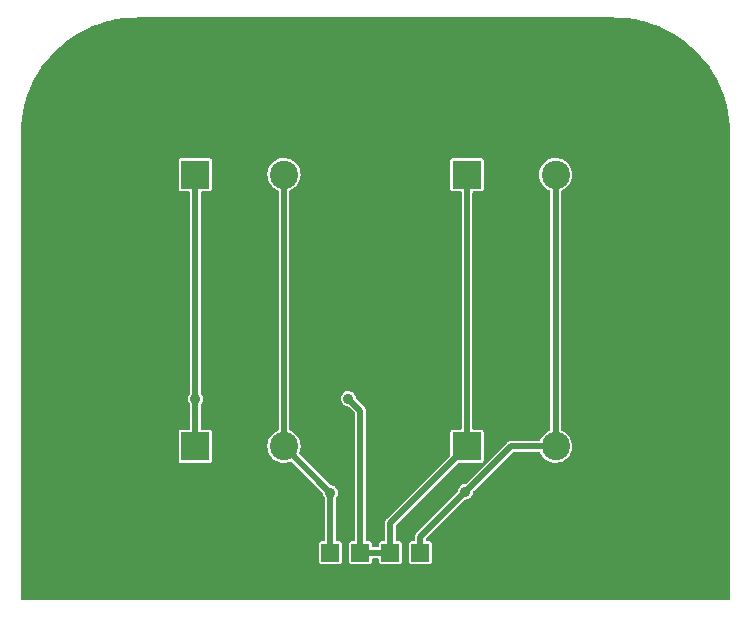
<source format=gbr>
%TF.GenerationSoftware,KiCad,Pcbnew,6.0.4-6f826c9f35~116~ubuntu20.04.1*%
%TF.CreationDate,2022-07-25T09:59:18+00:00*%
%TF.ProjectId,4XLTO1865V01A,34584c54-4f31-4383-9635-563031412e6b,rev?*%
%TF.SameCoordinates,Original*%
%TF.FileFunction,Copper,L1,Top*%
%TF.FilePolarity,Positive*%
%FSLAX46Y46*%
G04 Gerber Fmt 4.6, Leading zero omitted, Abs format (unit mm)*
G04 Created by KiCad (PCBNEW 6.0.4-6f826c9f35~116~ubuntu20.04.1) date 2022-07-25 09:59:18*
%MOMM*%
%LPD*%
G01*
G04 APERTURE LIST*
%TA.AperFunction,ComponentPad*%
%ADD10R,1.524000X1.524000*%
%TD*%
%TA.AperFunction,ComponentPad*%
%ADD11R,2.400000X2.400000*%
%TD*%
%TA.AperFunction,ComponentPad*%
%ADD12C,2.400000*%
%TD*%
%TA.AperFunction,ViaPad*%
%ADD13C,0.890000*%
%TD*%
%TA.AperFunction,ViaPad*%
%ADD14C,0.900000*%
%TD*%
%TA.AperFunction,Conductor*%
%ADD15C,0.500000*%
%TD*%
G04 APERTURE END LIST*
D10*
%TO.P,J1,1*%
%TO.N,/Battery-*%
X34290000Y4500000D03*
%TO.P,J1,2*%
%TO.N,/Battery+*%
X31750000Y4500000D03*
%TO.P,J1,3*%
X29210000Y4500000D03*
%TO.P,J1,4*%
%TO.N,/Battery-*%
X26670000Y4500000D03*
%TD*%
%TO.P,J2,1*%
%TO.N,GND*%
X9810000Y4500000D03*
%TO.P,J2,2*%
X7270000Y4500000D03*
%TO.P,J2,3*%
X4730000Y4500000D03*
%TO.P,J2,4*%
X2190000Y4500000D03*
%TD*%
D11*
%TO.P,BT1,1,+*%
%TO.N,/Battery+*%
X15230000Y36500000D03*
D12*
%TO.P,BT1,2,-*%
%TO.N,/Battery-*%
X22730000Y36500000D03*
%TD*%
D11*
%TO.P,BT4,1,+*%
%TO.N,/Battery+*%
X15230000Y13500000D03*
D12*
%TO.P,BT4,2,-*%
%TO.N,/Battery-*%
X22730000Y13500000D03*
%TD*%
D11*
%TO.P,BT3,1,+*%
%TO.N,/Battery+*%
X38230000Y36500000D03*
D12*
%TO.P,BT3,2,-*%
%TO.N,/Battery-*%
X45730000Y36500000D03*
%TD*%
D11*
%TO.P,BT2,1,+*%
%TO.N,/Battery+*%
X38230000Y13500000D03*
D12*
%TO.P,BT2,2,-*%
%TO.N,/Battery-*%
X45730000Y13500000D03*
%TD*%
D10*
%TO.P,J3,1*%
%TO.N,GND*%
X58770000Y4500000D03*
%TO.P,J3,2*%
X56230000Y4500000D03*
%TO.P,J3,3*%
X53690000Y4500000D03*
%TO.P,J3,4*%
X51150000Y4500000D03*
%TD*%
D13*
%TO.N,/Battery+*%
X15230000Y17516000D03*
X28194000Y17526000D03*
%TO.N,/Battery-*%
X38100000Y9652000D03*
X26670000Y9560000D03*
D14*
%TO.N,GND*%
X6604000Y2032000D03*
X2794000Y2032000D03*
X1524000Y2032000D03*
X56896000Y2032000D03*
X10414000Y2032000D03*
X59436000Y2032000D03*
X58166000Y2032000D03*
X4064000Y2032000D03*
X5334000Y2032000D03*
X51816000Y2032000D03*
X54356000Y2032000D03*
X50546000Y2032000D03*
X55626000Y2032000D03*
X9144000Y2032000D03*
X53086000Y2032000D03*
X7874000Y2032000D03*
%TD*%
D15*
%TO.N,/Battery+*%
X31750000Y4500000D02*
X31750000Y7020000D01*
X31750000Y7020000D02*
X38230000Y13500000D01*
X15230000Y13500000D02*
X15230000Y36500000D01*
X29210000Y4500000D02*
X31750000Y4500000D01*
X38230000Y13500000D02*
X38230000Y36500000D01*
X29210000Y4500000D02*
X29210000Y16510000D01*
X29210000Y16510000D02*
X28194000Y17526000D01*
%TO.N,/Battery-*%
X34290000Y5842000D02*
X38100000Y9652000D01*
X38100000Y9652000D02*
X41948000Y13500000D01*
X34290000Y4500000D02*
X34290000Y5842000D01*
X41948000Y13500000D02*
X45730000Y13500000D01*
X45730000Y13500000D02*
X45730000Y36500000D01*
X26670000Y4500000D02*
X26670000Y9560000D01*
X26670000Y9560000D02*
X22730000Y13500000D01*
X22730000Y13500000D02*
X22730000Y36500000D01*
%TD*%
%TA.AperFunction,Conductor*%
%TO.N,GND*%
G36*
X50686182Y49798047D02*
G01*
X50691813Y49798037D01*
X50705642Y49794857D01*
X50719481Y49797989D01*
X50731855Y49797967D01*
X50741736Y49798920D01*
X51114098Y49787668D01*
X51293919Y49782235D01*
X51301501Y49781775D01*
X51592485Y49755333D01*
X51883461Y49728892D01*
X51891017Y49727975D01*
X52468738Y49640047D01*
X52476224Y49638675D01*
X53047580Y49516027D01*
X53054970Y49514205D01*
X53232869Y49464612D01*
X53617871Y49357285D01*
X53625106Y49355031D01*
X54177546Y49164395D01*
X54184636Y49161706D01*
X54478275Y49040077D01*
X54724530Y48938075D01*
X54731471Y48934951D01*
X55256865Y48679135D01*
X55263604Y48675598D01*
X55772596Y48388526D01*
X55779109Y48384589D01*
X55972448Y48259586D01*
X56269840Y48067308D01*
X56276093Y48062992D01*
X56746782Y47716652D01*
X56752773Y47711958D01*
X57201676Y47337844D01*
X57207373Y47332797D01*
X57409402Y47142620D01*
X57632885Y46932247D01*
X57638247Y46926885D01*
X57788810Y46766939D01*
X58038797Y46501373D01*
X58043844Y46495676D01*
X58417958Y46046773D01*
X58422649Y46040786D01*
X58768992Y45570093D01*
X58773308Y45563840D01*
X58957306Y45279255D01*
X59090589Y45073109D01*
X59094526Y45066596D01*
X59381598Y44557604D01*
X59385135Y44550865D01*
X59640951Y44025471D01*
X59644075Y44018530D01*
X59809723Y43618621D01*
X59867701Y43478649D01*
X59870395Y43471546D01*
X60061031Y42919106D01*
X60063285Y42911871D01*
X60170612Y42526869D01*
X60220205Y42348970D01*
X60222027Y42341580D01*
X60344675Y41770224D01*
X60346047Y41762738D01*
X60433975Y41185017D01*
X60434892Y41177461D01*
X60487775Y40595508D01*
X60488235Y40587911D01*
X60504903Y40036305D01*
X60504061Y40027737D01*
X60504037Y40014188D01*
X60500857Y40000358D01*
X60503989Y39986518D01*
X60503980Y39981628D01*
X60506000Y39963552D01*
X60506000Y580000D01*
X60485998Y511879D01*
X60432342Y465386D01*
X60380000Y454000D01*
X580000Y454000D01*
X511879Y474002D01*
X465386Y527658D01*
X454000Y580000D01*
X454000Y12280252D01*
X13829500Y12280252D01*
X13830707Y12274184D01*
X13836767Y12243720D01*
X13841133Y12221769D01*
X13885448Y12155448D01*
X13951769Y12111133D01*
X13963938Y12108712D01*
X13963939Y12108712D01*
X13985633Y12104397D01*
X14010252Y12099500D01*
X16449748Y12099500D01*
X16474367Y12104397D01*
X16496061Y12108712D01*
X16496062Y12108712D01*
X16508231Y12111133D01*
X16574552Y12155448D01*
X16618867Y12221769D01*
X16623234Y12243720D01*
X16629293Y12274184D01*
X16630500Y12280252D01*
X16630500Y13534335D01*
X21325119Y13534335D01*
X21325416Y13529183D01*
X21325416Y13529179D01*
X21330864Y13434704D01*
X21338376Y13304420D01*
X21339513Y13299374D01*
X21339514Y13299368D01*
X21361226Y13203025D01*
X21389006Y13079758D01*
X21390948Y13074976D01*
X21390949Y13074972D01*
X21469784Y12880825D01*
X21475649Y12866382D01*
X21595979Y12670022D01*
X21746763Y12495952D01*
X21923953Y12348846D01*
X22122790Y12232655D01*
X22337934Y12150499D01*
X22343000Y12149468D01*
X22343001Y12149468D01*
X22347479Y12148557D01*
X22563607Y12104586D01*
X22693352Y12099828D01*
X22788585Y12096336D01*
X22788589Y12096336D01*
X22793749Y12096147D01*
X22798869Y12096803D01*
X22798871Y12096803D01*
X22868272Y12105693D01*
X23022178Y12125409D01*
X23027126Y12126894D01*
X23027133Y12126895D01*
X23204309Y12180051D01*
X23242761Y12191587D01*
X23247407Y12193863D01*
X23268320Y12204108D01*
X23338294Y12216114D01*
X23403651Y12188383D01*
X23412846Y12180051D01*
X25987725Y9605172D01*
X26021751Y9542860D01*
X26023869Y9529904D01*
X26036939Y9411517D01*
X26039549Y9404385D01*
X26065827Y9332578D01*
X26090631Y9264797D01*
X26177771Y9135119D01*
X26183387Y9130008D01*
X26188351Y9124258D01*
X26185900Y9122142D01*
X26215210Y9074043D01*
X26219500Y9041445D01*
X26219500Y5588500D01*
X26199498Y5520379D01*
X26145842Y5473886D01*
X26093500Y5462500D01*
X25888252Y5462500D01*
X25882184Y5461293D01*
X25841939Y5453288D01*
X25841938Y5453288D01*
X25829769Y5450867D01*
X25763448Y5406552D01*
X25719133Y5340231D01*
X25707500Y5281748D01*
X25707500Y3718252D01*
X25719133Y3659769D01*
X25763448Y3593448D01*
X25829769Y3549133D01*
X25841938Y3546712D01*
X25841939Y3546712D01*
X25882184Y3538707D01*
X25888252Y3537500D01*
X27451748Y3537500D01*
X27457816Y3538707D01*
X27498061Y3546712D01*
X27498062Y3546712D01*
X27510231Y3549133D01*
X27576552Y3593448D01*
X27620867Y3659769D01*
X27632500Y3718252D01*
X27632500Y5281748D01*
X27620867Y5340231D01*
X27576552Y5406552D01*
X27510231Y5450867D01*
X27498062Y5453288D01*
X27498061Y5453288D01*
X27457816Y5461293D01*
X27451748Y5462500D01*
X27246500Y5462500D01*
X27178379Y5482502D01*
X27131886Y5536158D01*
X27120500Y5588500D01*
X27120500Y9041486D01*
X27140502Y9109607D01*
X27147996Y9119316D01*
X27148641Y9119867D01*
X27239811Y9246744D01*
X27247069Y9264797D01*
X27295251Y9384655D01*
X27295251Y9384656D01*
X27298085Y9391705D01*
X27320098Y9546382D01*
X27320241Y9560000D01*
X27305927Y9678284D01*
X27302384Y9707561D01*
X27302384Y9707562D01*
X27301471Y9715104D01*
X27246246Y9861254D01*
X27241947Y9867509D01*
X27241945Y9867513D01*
X27162055Y9983753D01*
X27162054Y9983755D01*
X27157753Y9990012D01*
X27055763Y10080882D01*
X27046773Y10088892D01*
X27046770Y10088894D01*
X27041101Y10093945D01*
X27034387Y10097500D01*
X26909741Y10163497D01*
X26909738Y10163498D01*
X26903026Y10167052D01*
X26751497Y10205114D01*
X26743899Y10205154D01*
X26743897Y10205154D01*
X26713321Y10205314D01*
X26645306Y10225672D01*
X26624886Y10242217D01*
X24050182Y12816921D01*
X24016156Y12879233D01*
X24021221Y12950048D01*
X24026318Y12961839D01*
X24034320Y12978032D01*
X24034321Y12978034D01*
X24036615Y12982675D01*
X24067643Y13084800D01*
X24102059Y13198073D01*
X24102060Y13198079D01*
X24103563Y13203025D01*
X24133622Y13431351D01*
X24135300Y13500000D01*
X24116430Y13729522D01*
X24060326Y13952880D01*
X23968496Y14164076D01*
X23843405Y14357437D01*
X23822774Y14380111D01*
X23691890Y14523949D01*
X23691889Y14523950D01*
X23688412Y14527771D01*
X23684361Y14530970D01*
X23684357Y14530974D01*
X23511735Y14667303D01*
X23511730Y14667307D01*
X23507681Y14670504D01*
X23503165Y14672997D01*
X23503162Y14672999D01*
X23310589Y14779305D01*
X23310585Y14779307D01*
X23306065Y14781802D01*
X23301192Y14783528D01*
X23301189Y14783529D01*
X23264441Y14796542D01*
X23206904Y14838136D01*
X23180988Y14904233D01*
X23180500Y14915315D01*
X23180500Y17532809D01*
X27543795Y17532809D01*
X27560939Y17377517D01*
X27614631Y17230797D01*
X27701771Y17101119D01*
X27707383Y17096012D01*
X27707386Y17096009D01*
X27811707Y17001084D01*
X27811711Y17001081D01*
X27817328Y16995970D01*
X27824005Y16992345D01*
X27824006Y16992344D01*
X27947953Y16925046D01*
X27947955Y16925045D01*
X27954630Y16921421D01*
X27961979Y16919493D01*
X28098402Y16883703D01*
X28098404Y16883703D01*
X28105752Y16881775D01*
X28151615Y16881055D01*
X28219412Y16859987D01*
X28238731Y16844166D01*
X28722595Y16360302D01*
X28756621Y16297990D01*
X28759500Y16271207D01*
X28759500Y5588500D01*
X28739498Y5520379D01*
X28685842Y5473886D01*
X28633500Y5462500D01*
X28428252Y5462500D01*
X28422184Y5461293D01*
X28381939Y5453288D01*
X28381938Y5453288D01*
X28369769Y5450867D01*
X28303448Y5406552D01*
X28259133Y5340231D01*
X28247500Y5281748D01*
X28247500Y3718252D01*
X28259133Y3659769D01*
X28303448Y3593448D01*
X28369769Y3549133D01*
X28381938Y3546712D01*
X28381939Y3546712D01*
X28422184Y3538707D01*
X28428252Y3537500D01*
X29991748Y3537500D01*
X29997816Y3538707D01*
X30038061Y3546712D01*
X30038062Y3546712D01*
X30050231Y3549133D01*
X30116552Y3593448D01*
X30160867Y3659769D01*
X30172500Y3718252D01*
X30172500Y3923500D01*
X30192502Y3991621D01*
X30246158Y4038114D01*
X30298500Y4049500D01*
X30661500Y4049500D01*
X30729621Y4029498D01*
X30776114Y3975842D01*
X30787500Y3923500D01*
X30787500Y3718252D01*
X30799133Y3659769D01*
X30843448Y3593448D01*
X30909769Y3549133D01*
X30921938Y3546712D01*
X30921939Y3546712D01*
X30962184Y3538707D01*
X30968252Y3537500D01*
X32531748Y3537500D01*
X32537816Y3538707D01*
X32578061Y3546712D01*
X32578062Y3546712D01*
X32590231Y3549133D01*
X32656552Y3593448D01*
X32700867Y3659769D01*
X32712500Y3718252D01*
X33327500Y3718252D01*
X33339133Y3659769D01*
X33383448Y3593448D01*
X33449769Y3549133D01*
X33461938Y3546712D01*
X33461939Y3546712D01*
X33502184Y3538707D01*
X33508252Y3537500D01*
X35071748Y3537500D01*
X35077816Y3538707D01*
X35118061Y3546712D01*
X35118062Y3546712D01*
X35130231Y3549133D01*
X35196552Y3593448D01*
X35240867Y3659769D01*
X35252500Y3718252D01*
X35252500Y5281748D01*
X35240867Y5340231D01*
X35196552Y5406552D01*
X35130231Y5450867D01*
X35118062Y5453288D01*
X35118061Y5453288D01*
X35077816Y5461293D01*
X35071748Y5462500D01*
X34866500Y5462500D01*
X34798379Y5482502D01*
X34751886Y5536158D01*
X34740500Y5588500D01*
X34740500Y5603207D01*
X34760502Y5671328D01*
X34777405Y5692302D01*
X38053896Y8968793D01*
X38116208Y9002819D01*
X38144968Y9005682D01*
X38160371Y9005440D01*
X38160374Y9005440D01*
X38167969Y9005321D01*
X38221560Y9017595D01*
X38312858Y9038505D01*
X38312862Y9038506D01*
X38320261Y9040201D01*
X38459838Y9110400D01*
X38496157Y9141419D01*
X38572867Y9206935D01*
X38572869Y9206938D01*
X38578641Y9211867D01*
X38669811Y9338744D01*
X38728085Y9483705D01*
X38748591Y9627795D01*
X38777991Y9692417D01*
X38784239Y9699136D01*
X42097698Y13012595D01*
X42160010Y13046621D01*
X42186793Y13049500D01*
X44316464Y13049500D01*
X44384585Y13029498D01*
X44433206Y12970905D01*
X44451390Y12926125D01*
X44475649Y12866382D01*
X44478346Y12861981D01*
X44564941Y12720672D01*
X44595979Y12670022D01*
X44746763Y12495952D01*
X44923953Y12348846D01*
X45122790Y12232655D01*
X45337934Y12150499D01*
X45343000Y12149468D01*
X45343001Y12149468D01*
X45347479Y12148557D01*
X45563607Y12104586D01*
X45693352Y12099828D01*
X45788585Y12096336D01*
X45788589Y12096336D01*
X45793749Y12096147D01*
X45798869Y12096803D01*
X45798871Y12096803D01*
X45868272Y12105693D01*
X46022178Y12125409D01*
X46027126Y12126894D01*
X46027133Y12126895D01*
X46214882Y12183223D01*
X46242761Y12191587D01*
X46449574Y12292904D01*
X46637062Y12426637D01*
X46800190Y12589197D01*
X46858269Y12670022D01*
X46931559Y12772017D01*
X46934577Y12776217D01*
X46940793Y12788793D01*
X47034321Y12978034D01*
X47036615Y12982675D01*
X47067643Y13084800D01*
X47102059Y13198073D01*
X47102060Y13198079D01*
X47103563Y13203025D01*
X47133622Y13431351D01*
X47135300Y13500000D01*
X47116430Y13729522D01*
X47060326Y13952880D01*
X46968496Y14164076D01*
X46843405Y14357437D01*
X46822774Y14380111D01*
X46691890Y14523949D01*
X46691889Y14523950D01*
X46688412Y14527771D01*
X46684361Y14530970D01*
X46684357Y14530974D01*
X46511735Y14667303D01*
X46511730Y14667307D01*
X46507681Y14670504D01*
X46503165Y14672997D01*
X46503162Y14672999D01*
X46310589Y14779305D01*
X46310585Y14779307D01*
X46306065Y14781802D01*
X46301192Y14783528D01*
X46301189Y14783529D01*
X46264441Y14796542D01*
X46206904Y14838136D01*
X46180988Y14904233D01*
X46180500Y14915315D01*
X46180500Y35082506D01*
X46200502Y35150627D01*
X46251067Y35195656D01*
X46449574Y35292904D01*
X46637062Y35426637D01*
X46800190Y35589197D01*
X46858269Y35670022D01*
X46931559Y35772017D01*
X46934577Y35776217D01*
X47036615Y35982675D01*
X47067643Y36084800D01*
X47102059Y36198073D01*
X47102060Y36198079D01*
X47103563Y36203025D01*
X47133622Y36431351D01*
X47135300Y36500000D01*
X47116430Y36729522D01*
X47060326Y36952880D01*
X46968496Y37164076D01*
X46843405Y37357437D01*
X46822774Y37380111D01*
X46691890Y37523949D01*
X46691889Y37523950D01*
X46688412Y37527771D01*
X46684361Y37530970D01*
X46684357Y37530974D01*
X46511735Y37667303D01*
X46511730Y37667307D01*
X46507681Y37670504D01*
X46503165Y37672997D01*
X46503162Y37672999D01*
X46310589Y37779305D01*
X46310585Y37779307D01*
X46306065Y37781802D01*
X46301196Y37783526D01*
X46301192Y37783528D01*
X46093853Y37856951D01*
X46093849Y37856952D01*
X46088978Y37858677D01*
X46083885Y37859584D01*
X46083882Y37859585D01*
X45958188Y37881974D01*
X45862250Y37899063D01*
X45775802Y37900119D01*
X45637141Y37901814D01*
X45637139Y37901814D01*
X45631971Y37901877D01*
X45404325Y37867042D01*
X45185424Y37795494D01*
X45180832Y37793104D01*
X45180833Y37793104D01*
X45039918Y37719748D01*
X44981149Y37689155D01*
X44796984Y37550881D01*
X44637877Y37384384D01*
X44508099Y37194137D01*
X44505923Y37189448D01*
X44505919Y37189442D01*
X44494145Y37164076D01*
X44411136Y36985248D01*
X44349592Y36763327D01*
X44325119Y36534335D01*
X44325416Y36529183D01*
X44325416Y36529179D01*
X44330864Y36434704D01*
X44338376Y36304420D01*
X44339513Y36299374D01*
X44339514Y36299368D01*
X44361226Y36203025D01*
X44389006Y36079758D01*
X44390948Y36074976D01*
X44390949Y36074972D01*
X44428427Y35982675D01*
X44475649Y35866382D01*
X44595979Y35670022D01*
X44746763Y35495952D01*
X44923953Y35348846D01*
X45122790Y35232655D01*
X45178313Y35211453D01*
X45198448Y35203764D01*
X45254952Y35160777D01*
X45279245Y35094066D01*
X45279500Y35086054D01*
X45279500Y14917619D01*
X45259498Y14849498D01*
X45205842Y14803005D01*
X45192646Y14797854D01*
X45191404Y14797449D01*
X45190340Y14797101D01*
X45190338Y14797100D01*
X45185424Y14795494D01*
X45159122Y14781802D01*
X45039918Y14719748D01*
X44981149Y14689155D01*
X44796984Y14550881D01*
X44637877Y14384384D01*
X44508099Y14194137D01*
X44428869Y14023450D01*
X44382045Y13970083D01*
X44314581Y13950500D01*
X41982220Y13950500D01*
X41967411Y13951373D01*
X41943043Y13954257D01*
X41933690Y13955364D01*
X41924426Y13953672D01*
X41924422Y13953672D01*
X41875989Y13944827D01*
X41872088Y13944178D01*
X41823355Y13936851D01*
X41823347Y13936849D01*
X41814038Y13935449D01*
X41807528Y13932323D01*
X41800427Y13931026D01*
X41792072Y13926686D01*
X41748363Y13903982D01*
X41744825Y13902214D01*
X41700411Y13880886D01*
X41691921Y13876809D01*
X41686635Y13871922D01*
X41686595Y13871895D01*
X41680212Y13868580D01*
X41675172Y13864275D01*
X41637945Y13827048D01*
X41634380Y13823619D01*
X41592444Y13784854D01*
X41588751Y13778495D01*
X41583234Y13772337D01*
X38145572Y10334675D01*
X38083260Y10300649D01*
X38055818Y10297772D01*
X38025263Y10297932D01*
X38017883Y10296160D01*
X38017881Y10296160D01*
X37944165Y10278462D01*
X37873344Y10261459D01*
X37734510Y10189802D01*
X37616777Y10087096D01*
X37612410Y10080882D01*
X37544146Y9983753D01*
X37526940Y9959272D01*
X37470188Y9813708D01*
X37456213Y9707561D01*
X37452359Y9678284D01*
X37423637Y9613356D01*
X37416532Y9605635D01*
X33995650Y6184753D01*
X33984561Y6174899D01*
X33965291Y6159707D01*
X33965289Y6159705D01*
X33957890Y6153872D01*
X33952535Y6146125D01*
X33952534Y6146123D01*
X33924545Y6105625D01*
X33922250Y6102413D01*
X33887366Y6055184D01*
X33884973Y6048368D01*
X33880869Y6042431D01*
X33878029Y6033451D01*
X33878028Y6033449D01*
X33863182Y5986505D01*
X33861929Y5982750D01*
X33842481Y5927369D01*
X33842199Y5920181D01*
X33842188Y5920122D01*
X33840020Y5913270D01*
X33839500Y5906663D01*
X33839500Y5853984D01*
X33839403Y5849038D01*
X33837162Y5792006D01*
X33839046Y5784900D01*
X33839500Y5776653D01*
X33839500Y5588500D01*
X33819498Y5520379D01*
X33765842Y5473886D01*
X33713500Y5462500D01*
X33508252Y5462500D01*
X33502184Y5461293D01*
X33461939Y5453288D01*
X33461938Y5453288D01*
X33449769Y5450867D01*
X33383448Y5406552D01*
X33339133Y5340231D01*
X33327500Y5281748D01*
X33327500Y3718252D01*
X32712500Y3718252D01*
X32712500Y5281748D01*
X32700867Y5340231D01*
X32656552Y5406552D01*
X32590231Y5450867D01*
X32578062Y5453288D01*
X32578061Y5453288D01*
X32537816Y5461293D01*
X32531748Y5462500D01*
X32326500Y5462500D01*
X32258379Y5482502D01*
X32211886Y5536158D01*
X32200500Y5588500D01*
X32200500Y6781207D01*
X32220502Y6849328D01*
X32237405Y6870302D01*
X37429698Y12062595D01*
X37492010Y12096621D01*
X37518793Y12099500D01*
X39449748Y12099500D01*
X39474367Y12104397D01*
X39496061Y12108712D01*
X39496062Y12108712D01*
X39508231Y12111133D01*
X39574552Y12155448D01*
X39618867Y12221769D01*
X39623234Y12243720D01*
X39629293Y12274184D01*
X39630500Y12280252D01*
X39630500Y14719748D01*
X39618867Y14778231D01*
X39574552Y14844552D01*
X39508231Y14888867D01*
X39496062Y14891288D01*
X39496061Y14891288D01*
X39455816Y14899293D01*
X39449748Y14900500D01*
X38806500Y14900500D01*
X38738379Y14920502D01*
X38691886Y14974158D01*
X38680500Y15026500D01*
X38680500Y34973500D01*
X38700502Y35041621D01*
X38754158Y35088114D01*
X38806500Y35099500D01*
X39449748Y35099500D01*
X39455816Y35100707D01*
X39496061Y35108712D01*
X39496062Y35108712D01*
X39508231Y35111133D01*
X39574552Y35155448D01*
X39618867Y35221769D01*
X39630500Y35280252D01*
X39630500Y37719748D01*
X39618867Y37778231D01*
X39574552Y37844552D01*
X39508231Y37888867D01*
X39496062Y37891288D01*
X39496061Y37891288D01*
X39455816Y37899293D01*
X39449748Y37900500D01*
X37010252Y37900500D01*
X37004184Y37899293D01*
X36963939Y37891288D01*
X36963938Y37891288D01*
X36951769Y37888867D01*
X36885448Y37844552D01*
X36841133Y37778231D01*
X36829500Y37719748D01*
X36829500Y35280252D01*
X36841133Y35221769D01*
X36885448Y35155448D01*
X36951769Y35111133D01*
X36963938Y35108712D01*
X36963939Y35108712D01*
X37004184Y35100707D01*
X37010252Y35099500D01*
X37653500Y35099500D01*
X37721621Y35079498D01*
X37768114Y35025842D01*
X37779500Y34973500D01*
X37779500Y15026500D01*
X37759498Y14958379D01*
X37705842Y14911886D01*
X37653500Y14900500D01*
X37010252Y14900500D01*
X37004184Y14899293D01*
X36963939Y14891288D01*
X36963938Y14891288D01*
X36951769Y14888867D01*
X36885448Y14844552D01*
X36841133Y14778231D01*
X36829500Y14719748D01*
X36829500Y12788793D01*
X36809498Y12720672D01*
X36792595Y12699698D01*
X31455650Y7362753D01*
X31444561Y7352899D01*
X31425291Y7337707D01*
X31425289Y7337705D01*
X31417890Y7331872D01*
X31412535Y7324125D01*
X31412534Y7324123D01*
X31384545Y7283625D01*
X31382250Y7280413D01*
X31347366Y7233184D01*
X31344973Y7226368D01*
X31340869Y7220431D01*
X31338029Y7211451D01*
X31338028Y7211449D01*
X31323182Y7164505D01*
X31321929Y7160750D01*
X31302481Y7105369D01*
X31302199Y7098181D01*
X31302188Y7098122D01*
X31300020Y7091270D01*
X31299500Y7084663D01*
X31299500Y7031984D01*
X31299403Y7027038D01*
X31297162Y6970006D01*
X31299046Y6962900D01*
X31299500Y6954653D01*
X31299500Y5588500D01*
X31279498Y5520379D01*
X31225842Y5473886D01*
X31173500Y5462500D01*
X30968252Y5462500D01*
X30962184Y5461293D01*
X30921939Y5453288D01*
X30921938Y5453288D01*
X30909769Y5450867D01*
X30843448Y5406552D01*
X30799133Y5340231D01*
X30787500Y5281748D01*
X30787500Y5076500D01*
X30767498Y5008379D01*
X30713842Y4961886D01*
X30661500Y4950500D01*
X30298500Y4950500D01*
X30230379Y4970502D01*
X30183886Y5024158D01*
X30172500Y5076500D01*
X30172500Y5281748D01*
X30160867Y5340231D01*
X30116552Y5406552D01*
X30050231Y5450867D01*
X30038062Y5453288D01*
X30038061Y5453288D01*
X29997816Y5461293D01*
X29991748Y5462500D01*
X29786500Y5462500D01*
X29718379Y5482502D01*
X29671886Y5536158D01*
X29660500Y5588500D01*
X29660500Y16475780D01*
X29661373Y16490589D01*
X29664257Y16514957D01*
X29665364Y16524310D01*
X29654828Y16582001D01*
X29654178Y16585904D01*
X29646850Y16634645D01*
X29646850Y16634646D01*
X29645449Y16643962D01*
X29642321Y16650475D01*
X29641025Y16657573D01*
X29613975Y16709647D01*
X29612225Y16713150D01*
X29590885Y16757590D01*
X29586809Y16766079D01*
X29581923Y16771365D01*
X29581890Y16771413D01*
X29578579Y16777788D01*
X29574275Y16782828D01*
X29537048Y16820055D01*
X29533618Y16823621D01*
X29494854Y16865556D01*
X29488495Y16869249D01*
X29482337Y16874766D01*
X28876815Y17480288D01*
X28842789Y17542600D01*
X28840823Y17554245D01*
X28826384Y17673561D01*
X28826384Y17673562D01*
X28825471Y17681104D01*
X28790048Y17774848D01*
X28772931Y17820149D01*
X28772930Y17820151D01*
X28770246Y17827254D01*
X28765947Y17833509D01*
X28765945Y17833513D01*
X28686055Y17949753D01*
X28686054Y17949755D01*
X28681753Y17956012D01*
X28670444Y17966088D01*
X28570773Y18054892D01*
X28570770Y18054894D01*
X28565101Y18059945D01*
X28558387Y18063500D01*
X28433741Y18129497D01*
X28433738Y18129498D01*
X28427026Y18133052D01*
X28275497Y18171114D01*
X28267899Y18171154D01*
X28267897Y18171154D01*
X28202319Y18171497D01*
X28119263Y18171932D01*
X28111883Y18170160D01*
X28111881Y18170160D01*
X28038165Y18152462D01*
X27967344Y18135459D01*
X27828510Y18063802D01*
X27710777Y17961096D01*
X27620940Y17833272D01*
X27564188Y17687708D01*
X27543795Y17532809D01*
X23180500Y17532809D01*
X23180500Y35082506D01*
X23200502Y35150627D01*
X23251067Y35195656D01*
X23449574Y35292904D01*
X23637062Y35426637D01*
X23800190Y35589197D01*
X23858269Y35670022D01*
X23931559Y35772017D01*
X23934577Y35776217D01*
X24036615Y35982675D01*
X24067643Y36084800D01*
X24102059Y36198073D01*
X24102060Y36198079D01*
X24103563Y36203025D01*
X24133622Y36431351D01*
X24135300Y36500000D01*
X24116430Y36729522D01*
X24060326Y36952880D01*
X23968496Y37164076D01*
X23843405Y37357437D01*
X23822774Y37380111D01*
X23691890Y37523949D01*
X23691889Y37523950D01*
X23688412Y37527771D01*
X23684361Y37530970D01*
X23684357Y37530974D01*
X23511735Y37667303D01*
X23511730Y37667307D01*
X23507681Y37670504D01*
X23503165Y37672997D01*
X23503162Y37672999D01*
X23310589Y37779305D01*
X23310585Y37779307D01*
X23306065Y37781802D01*
X23301196Y37783526D01*
X23301192Y37783528D01*
X23093853Y37856951D01*
X23093849Y37856952D01*
X23088978Y37858677D01*
X23083885Y37859584D01*
X23083882Y37859585D01*
X22958188Y37881974D01*
X22862250Y37899063D01*
X22775802Y37900119D01*
X22637141Y37901814D01*
X22637139Y37901814D01*
X22631971Y37901877D01*
X22404325Y37867042D01*
X22185424Y37795494D01*
X22180832Y37793104D01*
X22180833Y37793104D01*
X22039918Y37719748D01*
X21981149Y37689155D01*
X21796984Y37550881D01*
X21637877Y37384384D01*
X21508099Y37194137D01*
X21505923Y37189448D01*
X21505919Y37189442D01*
X21494145Y37164076D01*
X21411136Y36985248D01*
X21349592Y36763327D01*
X21325119Y36534335D01*
X21325416Y36529183D01*
X21325416Y36529179D01*
X21330864Y36434704D01*
X21338376Y36304420D01*
X21339513Y36299374D01*
X21339514Y36299368D01*
X21361226Y36203025D01*
X21389006Y36079758D01*
X21390948Y36074976D01*
X21390949Y36074972D01*
X21428427Y35982675D01*
X21475649Y35866382D01*
X21595979Y35670022D01*
X21746763Y35495952D01*
X21923953Y35348846D01*
X22122790Y35232655D01*
X22178313Y35211453D01*
X22198448Y35203764D01*
X22254952Y35160777D01*
X22279245Y35094066D01*
X22279500Y35086054D01*
X22279500Y14917619D01*
X22259498Y14849498D01*
X22205842Y14803005D01*
X22192646Y14797854D01*
X22191404Y14797449D01*
X22190340Y14797101D01*
X22190338Y14797100D01*
X22185424Y14795494D01*
X22159122Y14781802D01*
X22039918Y14719748D01*
X21981149Y14689155D01*
X21796984Y14550881D01*
X21637877Y14384384D01*
X21508099Y14194137D01*
X21505923Y14189448D01*
X21505919Y14189442D01*
X21413315Y13989943D01*
X21411136Y13985248D01*
X21381063Y13876809D01*
X21357335Y13791246D01*
X21349592Y13763327D01*
X21325119Y13534335D01*
X16630500Y13534335D01*
X16630500Y14719748D01*
X16618867Y14778231D01*
X16574552Y14844552D01*
X16508231Y14888867D01*
X16496062Y14891288D01*
X16496061Y14891288D01*
X16455816Y14899293D01*
X16449748Y14900500D01*
X15806500Y14900500D01*
X15738379Y14920502D01*
X15691886Y14974158D01*
X15680500Y15026500D01*
X15680500Y16997486D01*
X15700502Y17065607D01*
X15707996Y17075316D01*
X15708641Y17075867D01*
X15799811Y17202744D01*
X15807069Y17220797D01*
X15855251Y17340655D01*
X15855251Y17340656D01*
X15858085Y17347705D01*
X15880098Y17502382D01*
X15880241Y17516000D01*
X15861471Y17671104D01*
X15806246Y17817254D01*
X15801947Y17823509D01*
X15801945Y17823513D01*
X15722055Y17939753D01*
X15722054Y17939755D01*
X15717753Y17946012D01*
X15712083Y17951063D01*
X15711985Y17951175D01*
X15681941Y18015501D01*
X15680500Y18034499D01*
X15680500Y34973500D01*
X15700502Y35041621D01*
X15754158Y35088114D01*
X15806500Y35099500D01*
X16449748Y35099500D01*
X16455816Y35100707D01*
X16496061Y35108712D01*
X16496062Y35108712D01*
X16508231Y35111133D01*
X16574552Y35155448D01*
X16618867Y35221769D01*
X16630500Y35280252D01*
X16630500Y37719748D01*
X16618867Y37778231D01*
X16574552Y37844552D01*
X16508231Y37888867D01*
X16496062Y37891288D01*
X16496061Y37891288D01*
X16455816Y37899293D01*
X16449748Y37900500D01*
X14010252Y37900500D01*
X14004184Y37899293D01*
X13963939Y37891288D01*
X13963938Y37891288D01*
X13951769Y37888867D01*
X13885448Y37844552D01*
X13841133Y37778231D01*
X13829500Y37719748D01*
X13829500Y35280252D01*
X13841133Y35221769D01*
X13885448Y35155448D01*
X13951769Y35111133D01*
X13963938Y35108712D01*
X13963939Y35108712D01*
X14004184Y35100707D01*
X14010252Y35099500D01*
X14653500Y35099500D01*
X14721621Y35079498D01*
X14768114Y35025842D01*
X14779500Y34973500D01*
X14779500Y18034442D01*
X14759498Y17966321D01*
X14750059Y17953959D01*
X14746777Y17951096D01*
X14742410Y17944882D01*
X14664138Y17833513D01*
X14656940Y17823272D01*
X14600188Y17677708D01*
X14593444Y17626479D01*
X14581112Y17532809D01*
X14579795Y17522809D01*
X14596939Y17367517D01*
X14599549Y17360385D01*
X14646972Y17230797D01*
X14650631Y17220797D01*
X14737771Y17091119D01*
X14743387Y17086008D01*
X14748351Y17080258D01*
X14745900Y17078142D01*
X14775210Y17030043D01*
X14779500Y16997445D01*
X14779500Y15026500D01*
X14759498Y14958379D01*
X14705842Y14911886D01*
X14653500Y14900500D01*
X14010252Y14900500D01*
X14004184Y14899293D01*
X13963939Y14891288D01*
X13963938Y14891288D01*
X13951769Y14888867D01*
X13885448Y14844552D01*
X13841133Y14778231D01*
X13829500Y14719748D01*
X13829500Y12280252D01*
X454000Y12280252D01*
X454000Y39962976D01*
X455953Y39980182D01*
X455963Y39985813D01*
X459143Y39999642D01*
X456011Y40013481D01*
X456033Y40025855D01*
X455080Y40035736D01*
X471765Y40587911D01*
X472225Y40595508D01*
X525108Y41177461D01*
X526025Y41185017D01*
X613953Y41762738D01*
X615325Y41770224D01*
X737973Y42341580D01*
X739795Y42348970D01*
X789388Y42526869D01*
X896715Y42911871D01*
X898969Y42919106D01*
X1089605Y43471546D01*
X1092299Y43478649D01*
X1150278Y43618621D01*
X1315925Y44018530D01*
X1319049Y44025471D01*
X1574865Y44550865D01*
X1578402Y44557604D01*
X1865474Y45066596D01*
X1869411Y45073109D01*
X2002694Y45279255D01*
X2186692Y45563840D01*
X2191008Y45570093D01*
X2537351Y46040786D01*
X2542042Y46046773D01*
X2916156Y46495676D01*
X2921203Y46501373D01*
X3171190Y46766939D01*
X3321753Y46926885D01*
X3327115Y46932247D01*
X3550598Y47142620D01*
X3752627Y47332797D01*
X3758324Y47337844D01*
X4207227Y47711958D01*
X4213218Y47716652D01*
X4683907Y48062992D01*
X4690160Y48067308D01*
X4987552Y48259586D01*
X5180891Y48384589D01*
X5187404Y48388526D01*
X5696396Y48675598D01*
X5703135Y48679135D01*
X6228529Y48934951D01*
X6235470Y48938075D01*
X6481725Y49040077D01*
X6775364Y49161706D01*
X6782454Y49164395D01*
X7334894Y49355031D01*
X7342129Y49357285D01*
X7727131Y49464612D01*
X7905030Y49514205D01*
X7912420Y49516027D01*
X8483776Y49638675D01*
X8491262Y49640047D01*
X9068983Y49727975D01*
X9076539Y49728892D01*
X9367515Y49755333D01*
X9658499Y49781775D01*
X9666081Y49782235D01*
X10217696Y49798903D01*
X10226263Y49798061D01*
X10239812Y49798037D01*
X10253642Y49794857D01*
X10267482Y49797989D01*
X10272372Y49797980D01*
X10290448Y49800000D01*
X50668976Y49800000D01*
X50686182Y49798047D01*
G37*
%TD.AperFunction*%
%TD*%
M02*

</source>
